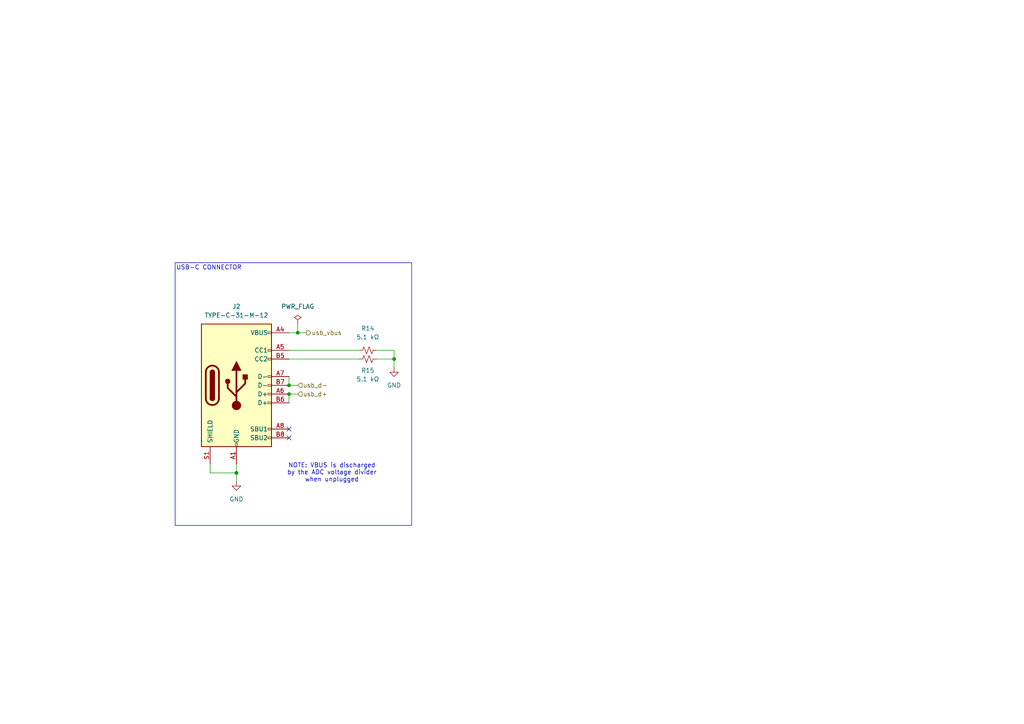
<source format=kicad_sch>
(kicad_sch (version 20250114) (generator "eeschema") (generator_version "9.0")
  (paper "A4")
  (title_block (title "USB 2.0 connector & HS PHY") (date "2024-11-14") (rev "Rev1") (comment 1 "Author: Aidan MacDonald"))
  (lib_symbols
    (symbol "Connector:USB_C_Receptacle_USB2.0_16P" (pin_names (offset 1.016))
      (property "Reference" "J" (at 0 22.225 0))
      (property "Value" "USB_C_Receptacle_USB2.0_16P" (at 0 19.685 0))
      (symbol "USB_C_Receptacle_USB2.0_16P_0_0"
        (rectangle (start -0.254 -17.78) (end 0.254 -16.764))
        (rectangle (start 10.16 15.494) (end 9.144 14.986))
        (rectangle (start 10.16 10.414) (end 9.144 9.906))
        (rectangle (start 10.16 7.874) (end 9.144 7.366))
        (rectangle (start 10.16 2.794) (end 9.144 2.286))
        (rectangle (start 10.16 0.254) (end 9.144 -0.254))
        (rectangle (start 10.16 -2.286) (end 9.144 -2.794))
        (rectangle (start 10.16 -4.826) (end 9.144 -5.334))
        (rectangle (start 10.16 -12.446) (end 9.144 -12.954))
        (rectangle (start 10.16 -14.986) (end 9.144 -15.494))
      )
      (symbol "USB_C_Receptacle_USB2.0_16P_0_1"
        (rectangle (start -10.16 17.78) (end 10.16 -17.78) (stroke (width 0.254)) (fill (type background)))
        (polyline (pts (xy -8.89 -3.81) (xy -8.89 3.81)) (stroke (width 0.508)))
        (rectangle (start -7.62 -3.81) (end -6.35 3.81) (stroke (width 0.254)) (fill (type outline)))
        (arc (start -7.62 3.81) (mid -6.985 4.4423) (end -6.35 3.81) (stroke (width 0.254)))
        (arc (start -7.62 3.81) (mid -6.985 4.4423) (end -6.35 3.81) (stroke (width 0.254)) (fill (type outline)))
        (arc (start -8.89 3.81) (mid -6.985 5.7067) (end -5.08 3.81) (stroke (width 0.508)))
        (arc (start -5.08 -3.81) (mid -6.985 -5.7067) (end -8.89 -3.81) (stroke (width 0.508)))
        (arc (start -6.35 -3.81) (mid -6.985 -4.4423) (end -7.62 -3.81) (stroke (width 0.254)))
        (arc (start -6.35 -3.81) (mid -6.985 -4.4423) (end -7.62 -3.81) (stroke (width 0.254)) (fill (type outline)))
        (polyline (pts (xy -5.08 3.81) (xy -5.08 -3.81)) (stroke (width 0.508)))
        (circle (center -2.54 1.143) (radius 0.635) (stroke (width 0.254)) (fill (type outline)))
        (polyline (pts (xy -1.27 4.318) (xy 0 6.858) (xy 1.27 4.318) (xy -1.27 4.318)) (stroke (width 0.254)) (fill (type outline)))
        (polyline (pts (xy 0 -2.032) (xy 2.54 0.508) (xy 2.54 1.778)) (stroke (width 0.508)))
        (polyline (pts (xy 0 -3.302) (xy -2.54 -0.762) (xy -2.54 0.508)) (stroke (width 0.508)))
        (polyline (pts (xy 0 -5.842) (xy 0 4.318)) (stroke (width 0.508)))
        (circle (center 0 -5.842) (radius 1.27) (fill (type outline)))
        (rectangle (start 1.905 1.778) (end 3.175 3.048) (stroke (width 0.254)) (fill (type outline)))
      )
      (symbol "USB_C_Receptacle_USB2.0_16P_1_1"
        (pin passive line (at -7.62 -22.86 90) (length 5.08) (name "SHIELD") (number "S1"))
        (pin passive line (at 0 -22.86 90) (length 5.08) (name "GND") (number "A1"))
        (pin passive line (at 0 -22.86 90) (length 5.08) (hide yes) (name "GND") (number "A12"))
        (pin passive line (at 0 -22.86 90) (length 5.08) (hide yes) (name "GND") (number "B1"))
        (pin passive line (at 0 -22.86 90) (length 5.08) (hide yes) (name "GND") (number "B12"))
        (pin passive line (at 15.24 15.24 180) (length 5.08) (name "VBUS") (number "A4"))
        (pin passive line (at 15.24 15.24 180) (length 5.08) (hide yes) (name "VBUS") (number "A9"))
        (pin passive line (at 15.24 15.24 180) (length 5.08) (hide yes) (name "VBUS") (number "B4"))
        (pin passive line (at 15.24 15.24 180) (length 5.08) (hide yes) (name "VBUS") (number "B9"))
        (pin bidirectional line (at 15.24 10.16 180) (length 5.08) (name "CC1") (number "A5"))
        (pin bidirectional line (at 15.24 7.62 180) (length 5.08) (name "CC2") (number "B5"))
        (pin bidirectional line (at 15.24 2.54 180) (length 5.08) (name "D-") (number "A7"))
        (pin bidirectional line (at 15.24 0 180) (length 5.08) (name "D-") (number "B7"))
        (pin bidirectional line (at 15.24 -2.54 180) (length 5.08) (name "D+") (number "A6"))
        (pin bidirectional line (at 15.24 -5.08 180) (length 5.08) (name "D+") (number "B6"))
        (pin bidirectional line (at 15.24 -12.7 180) (length 5.08) (name "SBU1") (number "A8"))
        (pin bidirectional line (at 15.24 -15.24 180) (length 5.08) (name "SBU2") (number "B8"))
      )
    )
    (symbol "Device:R_Small_US" (pin_numbers (hide yes)) (pin_names (offset 0.254) (hide yes))
      (property "Reference" "R" (at 0.762 0.508 0))
      (property "Value" "R_Small_US" (at 0.762 -1.016 0))
      (symbol "R_Small_US_1_1"
        (polyline (pts (xy 0 1.524) (xy 1.016 1.143) (xy 0 0.762) (xy -1.016 0.381) (xy 0 0)))
        (polyline (pts (xy 0 0) (xy 1.016 -0.381) (xy 0 -0.762) (xy -1.016 -1.143) (xy 0 -1.524)))
        (pin passive line (at 0 2.54 270) (length 1.016) (name "~") (number "1"))
        (pin passive line (at 0 -2.54 90) (length 1.016) (name "~") (number "2"))
      )
    )
    (symbol "power:GND" (power) (pin_numbers (hide yes)) (pin_names (offset 0) (hide yes))
      (property "Value" "GND" (at 0 -3.81 0))
      (symbol "GND_0_1"
        (polyline (pts (xy 0 0) (xy 0 -1.27) (xy 1.27 -1.27) (xy 0 -2.54) (xy -1.27 -1.27) (xy 0 -1.27)))
      )
      (symbol "GND_1_1"
        (pin power_in line (at 0 0 270) (length 0) (name "~") (number "1"))
      )
    )
    (symbol "power:PWR_FLAG" (power) (pin_numbers (hide yes)) (pin_names (offset 0) (hide yes))
      (property "Value" "PWR_FLAG" (at 0 3.81 0))
      (symbol "PWR_FLAG_0_0"
        (pin power_out line (at 0 0 90) (length 0) (name "~") (number "1"))
      )
      (symbol "PWR_FLAG_0_1"
        (polyline (pts (xy 0 0) (xy 0 1.27) (xy -1.016 1.905) (xy 0 2.54) (xy 1.016 1.905) (xy 0 1.27)))
      )
    )
  )
  (rectangle (start 50.8 76.2) (end 119.38 152.4))
  (text "NOTE: VBUS is discharged\nby the ADC voltage divider\nwhen unplugged" (at 96.266 137.16 0) (effects (font (size 1.27 1.27))))
  (text "USB-C CONNECTOR" (at 51.054 77.724 0) (effects (font (size 1.27 1.27)) (justify left)))
  (junction (at 83.82 114.3))
  (junction (at 83.82 111.76))
  (junction (at 114.3 104.14))
  (junction (at 86.36 96.52))
  (junction (at 68.58 137.16))
  (no_connect (at 83.82 124.46))
  (no_connect (at 83.82 127))
  (wire (pts (xy 60.96 134.62) (xy 60.96 137.16)))
  (wire (pts (xy 83.82 111.76) (xy 86.36 111.76)))
  (wire (pts (xy 83.82 104.14) (xy 104.14 104.14)))
  (wire (pts (xy 109.22 101.6) (xy 114.3 101.6)))
  (wire (pts (xy 83.82 114.3) (xy 86.36 114.3)))
  (wire (pts (xy 68.58 137.16) (xy 68.58 139.7)))
  (wire (pts (xy 86.36 93.98) (xy 86.36 96.52)))
  (wire (pts (xy 60.96 137.16) (xy 68.58 137.16)))
  (wire (pts (xy 114.3 104.14) (xy 109.22 104.14)))
  (wire (pts (xy 83.82 109.22) (xy 83.82 111.76)))
  (wire (pts (xy 83.82 101.6) (xy 104.14 101.6)))
  (wire (pts (xy 83.82 116.84) (xy 83.82 114.3)))
  (wire (pts (xy 83.82 96.52) (xy 86.36 96.52)))
  (wire (pts (xy 86.36 96.52) (xy 88.9 96.52)))
  (wire (pts (xy 114.3 101.6) (xy 114.3 104.14)))
  (wire (pts (xy 68.58 134.62) (xy 68.58 137.16)))
  (wire (pts (xy 114.3 106.68) (xy 114.3 104.14)))
  (hierarchical_label "usb_d+" (shape input) (at 86.36 114.3 0))
  (hierarchical_label "usb_d-" (shape input) (at 86.36 111.76 0))
  (hierarchical_label "usb_vbus" (shape output) (at 88.9 96.52 0))
  (symbol (lib_id "Device:R_Small_US") (at 106.68 101.6 90) (unit 1)
    (property "Reference" "R14" (at 106.68 95.25 90))
    (property "Value" "5.1 kΩ" (at 106.68 97.79 90))
    (property "Footprint" "Resistor_SMD:R_0402_1005Metric" (effects (hide yes)))
    (property "Description" "Resistor, small US symbol" (effects (hide yes)))
    (property "LCSC#" "C25905" (effects (hide yes)))
  )
  (symbol (lib_id "power:GND") (at 114.3 106.68 0) (unit 1)
    (property "Reference" "#PWR023" (effects (hide yes)))
    (property "Value" "GND" (at 114.3 111.76 0))
    (property "Description" "Power symbol creates a global label with name \"GND\" , ground" (effects (hide yes)))
  )
  (symbol (lib_id "Device:R_Small_US") (at 106.68 104.14 90) (unit 1)
    (property "Reference" "R15" (at 106.68 107.442 90))
    (property "Value" "5.1 kΩ" (at 106.68 109.982 90))
    (property "Footprint" "Resistor_SMD:R_0402_1005Metric" (effects (hide yes)))
    (property "Description" "Resistor, small US symbol" (effects (hide yes)))
    (property "LCSC#" "C25905" (effects (hide yes)))
  )
  (symbol (lib_id "power:PWR_FLAG") (at 86.36 93.98 0) (unit 1)
    (property "Reference" "#FLG04" (effects (hide yes)))
    (property "Value" "PWR_FLAG" (at 86.36 88.9 0))
    (property "Description" "Special symbol for telling ERC where power comes from" (effects (hide yes)))
  )
  (symbol (lib_id "power:GND") (at 68.58 139.7 0) (unit 1)
    (property "Reference" "#PWR022" (effects (hide yes)))
    (property "Value" "GND" (at 68.58 144.78 0))
    (property "Description" "Power symbol creates a global label with name \"GND\" , ground" (effects (hide yes)))
  )
  (symbol (lib_id "Connector:USB_C_Receptacle_USB2.0_16P") (at 68.58 111.76 0) (unit 1)
    (property "Reference" "J2" (at 68.58 88.9 0))
    (property "Value" "TYPE-C-31-M-12" (at 68.58 91.44 0))
    (property "Footprint" "echoplayer:USB_C-Hroparts-TYPE-C-31-M-12" (effects (hide yes)))
    (property "Datasheet" "https://www.lcsc.com/datasheet/lcsc_datasheet_2410010003_Korean-Hroparts-Elec-TYPE-C-31-M-12_C165948.pdf" (effects (hide yes)))
    (property "Description" "USB 2.0-only 16P Type-C Receptacle connector" (effects (hide yes)))
    (property "LCSC#" "C165948" (effects (hide yes)))
  )
)
</source>
